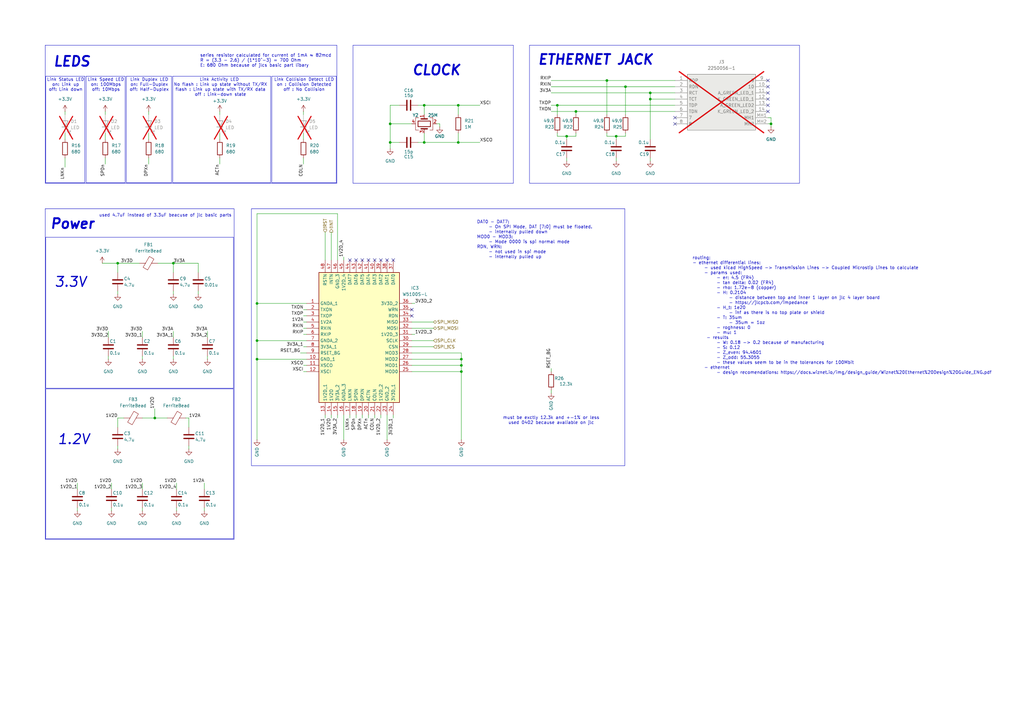
<source format=kicad_sch>
(kicad_sch (version 20250114) (generator "eeschema") (generator_version "9.0")
  (paper "A3")
  (lib_symbols
    (symbol "Device:C" (pin_numbers (hide yes)) (pin_names (offset 0.254))
      (property "Reference" "C" (at 0.635 2.54 0))
      (property "Value" "C" (at 0.635 -2.54 0))
      (symbol "C_0_1"
        (polyline (pts (xy -2.032 0.762) (xy 2.032 0.762)) (stroke (width 0.508)))
        (polyline (pts (xy -2.032 -0.762) (xy 2.032 -0.762)) (stroke (width 0.508)))
      )
      (symbol "C_1_1"
        (pin passive line (at 0 3.81 270) (length 2.794) (name "~") (number "1"))
        (pin passive line (at 0 -3.81 90) (length 2.794) (name "~") (number "2"))
      )
    )
    (symbol "Device:Crystal_GND24" (pin_names (offset 1.016) (hide yes))
      (property "Reference" "Y" (at 3.175 5.08 0))
      (property "Value" "Crystal_GND24" (at 3.175 3.175 0))
      (symbol "Crystal_GND24_0_1"
        (polyline (pts (xy -2.54 2.286) (xy -2.54 3.556) (xy 2.54 3.556) (xy 2.54 2.286)))
        (polyline (pts (xy -2.54 0) (xy -2.032 0)))
        (polyline (pts (xy -2.54 -2.286) (xy -2.54 -3.556) (xy 2.54 -3.556) (xy 2.54 -2.286)))
        (polyline (pts (xy -2.032 -1.27) (xy -2.032 1.27)) (stroke (width 0.508)))
        (rectangle (start -1.143 2.54) (end 1.143 -2.54) (stroke (width 0.3048)))
        (polyline (pts (xy 0 3.556) (xy 0 3.81)))
        (polyline (pts (xy 0 -3.81) (xy 0 -3.556)))
        (polyline (pts (xy 2.032 0) (xy 2.54 0)))
        (polyline (pts (xy 2.032 -1.27) (xy 2.032 1.27)) (stroke (width 0.508)))
      )
      (symbol "Crystal_GND24_1_1"
        (pin passive line (at -3.81 0 0) (length 1.27) (name "1") (number "1"))
        (pin passive line (at 0 5.08 270) (length 1.27) (name "2") (number "2"))
        (pin passive line (at 0 -5.08 90) (length 1.27) (name "4") (number "4"))
        (pin passive line (at 3.81 0 180) (length 1.27) (name "3") (number "3"))
      )
    )
    (symbol "Device:FerriteBead" (pin_numbers (hide yes)) (pin_names (offset 0))
      (property "Reference" "FB" (at -3.81 0.635 90))
      (property "Value" "FerriteBead" (at 3.81 0 90))
      (symbol "FerriteBead_0_1"
        (polyline (pts (xy -2.7686 0.4064) (xy -1.7018 2.2606) (xy 2.7686 -0.3048) (xy 1.6764 -2.159) (xy -2.7686 0.4064)))
        (polyline (pts (xy 0 1.27) (xy 0 1.2954)))
        (polyline (pts (xy 0 -1.27) (xy 0 -1.2192)))
      )
      (symbol "FerriteBead_1_1"
        (pin passive line (at 0 3.81 270) (length 2.54) (name "~") (number "1"))
        (pin passive line (at 0 -3.81 90) (length 2.54) (name "~") (number "2"))
      )
    )
    (symbol "Device:LED" (pin_numbers (hide yes)) (pin_names (offset 1.016) (hide yes))
      (property "Reference" "D" (at 0 2.54 0))
      (property "Value" "LED" (at 0 -2.54 0))
      (symbol "LED_0_1"
        (polyline (pts (xy -3.048 -0.762) (xy -4.572 -2.286) (xy -3.81 -2.286) (xy -4.572 -2.286) (xy -4.572 -1.524)))
        (polyline (pts (xy -1.778 -0.762) (xy -3.302 -2.286) (xy -2.54 -2.286) (xy -3.302 -2.286) (xy -3.302 -1.524)))
        (polyline (pts (xy -1.27 0) (xy 1.27 0)))
        (polyline (pts (xy -1.27 -1.27) (xy -1.27 1.27)) (stroke (width 0.254)))
        (polyline (pts (xy 1.27 -1.27) (xy 1.27 1.27) (xy -1.27 0) (xy 1.27 -1.27)) (stroke (width 0.254)))
      )
      (symbol "LED_1_1"
        (pin passive line (at -3.81 0 0) (length 2.54) (name "K") (number "1"))
        (pin passive line (at 3.81 0 180) (length 2.54) (name "A") (number "2"))
      )
    )
    (symbol "Device:R" (pin_numbers (hide yes)) (pin_names (offset 0))
      (property "Reference" "R" (at 2.032 0 90))
      (property "Value" "R" (at 0 0 90))
      (symbol "R_0_1"
        (rectangle (start -1.016 -2.54) (end 1.016 2.54) (stroke (width 0.254)))
      )
      (symbol "R_1_1"
        (pin passive line (at 0 3.81 270) (length 1.27) (name "~") (number "1"))
        (pin passive line (at 0 -3.81 90) (length 1.27) (name "~") (number "2"))
      )
    )
    (symbol "LED_1" (pin_numbers (hide yes)) (pin_names (offset 1.016) (hide yes))
      (property "Reference" "D" (at 0 2.54 0))
      (property "Value" "LED" (at 0 -2.54 0))
      (symbol "LED_1_0_1"
        (polyline (pts (xy -3.048 -0.762) (xy -4.572 -2.286) (xy -3.81 -2.286) (xy -4.572 -2.286) (xy -4.572 -1.524)))
        (polyline (pts (xy -1.778 -0.762) (xy -3.302 -2.286) (xy -2.54 -2.286) (xy -3.302 -2.286) (xy -3.302 -1.524)))
        (polyline (pts (xy -1.27 0) (xy 1.27 0)))
        (polyline (pts (xy -1.27 -1.27) (xy -1.27 1.27)) (stroke (width 0.254)))
        (polyline (pts (xy 1.27 -1.27) (xy 1.27 1.27) (xy -1.27 0) (xy 1.27 -1.27)) (stroke (width 0.254)))
      )
      (symbol "LED_1_1_1"
        (pin passive line (at -3.81 0 0) (length 2.54) (name "K") (number "1"))
        (pin passive line (at 3.81 0 180) (length 2.54) (name "A") (number "2"))
      )
    )
    (symbol "customLib:2250056-1"
      (property "Reference" "J" (at 34.29 7.62 0))
      (property "Value" "2250056-1" (at 34.29 5.08 0))
      (symbol "2250056-1_1_1"
        (rectangle (start 5.08 2.54) (end 33.02 -20.32) (stroke (width 0.254)) (fill (type background)))
        (pin passive line (at 0 0 0) (length 5.08) (name "RDP") (number "1"))
        (pin passive line (at 0 -2.54 0) (length 5.08) (name "RDN") (number "2"))
        (pin passive line (at 0 -5.08 0) (length 5.08) (name "RCT") (number "3"))
        (pin passive line (at 0 -7.62 0) (length 5.08) (name "TCT") (number "4"))
        (pin passive line (at 0 -10.16 0) (length 5.08) (name "TDP") (number "5"))
        (pin passive line (at 0 -12.7 0) (length 5.08) (name "TDN") (number "6"))
        (pin passive line (at 0 -15.24 0) (length 5.08) (name "7") (number "7"))
        (pin passive line (at 0 -17.78 0) (length 5.08) (name "8") (number "8"))
        (pin passive line (at 38.1 0 180) (length 5.08) (name "9") (number "9"))
        (pin passive line (at 38.1 -2.54 180) (length 5.08) (name "10") (number "10"))
        (pin passive line (at 38.1 -5.08 180) (length 5.08) (name "A_GREEN_LED_1") (number "11"))
        (pin passive line (at 38.1 -7.62 180) (length 5.08) (name "K_GREEN_LED_1") (number "12"))
        (pin passive line (at 38.1 -10.16 180) (length 5.08) (name "A_GREEN_LED2") (number "13"))
        (pin passive line (at 38.1 -12.7 180) (length 5.08) (name "K_GREEN_LED_2") (number "14"))
        (pin passive line (at 38.1 -15.24 180) (length 5.08) (name "MH1") (number "MH1"))
        (pin passive line (at 38.1 -17.78 180) (length 5.08) (name "MH2") (number "MH2"))
      )
    )
    (symbol "customLib:W5100S-L"
      (property "Reference" "IC" (at 39.37 17.78 0))
      (property "Value" "W5100S-L" (at 39.37 15.24 0))
      (symbol "W5100S-L_1_1"
        (rectangle (start 5.08 12.7) (end 38.1 -40.64) (stroke (width 0.254)) (fill (type background)))
        (pin passive line (at 0 0 0) (length 5.08) (name "GNDA_1") (number "1"))
        (pin passive line (at 0 -2.54 0) (length 5.08) (name "TXON") (number "2"))
        (pin passive line (at 0 -5.08 0) (length 5.08) (name "TXOP") (number "3"))
        (pin passive line (at 0 -7.62 0) (length 5.08) (name "1V2A") (number "4"))
        (pin passive line (at 0 -10.16 0) (length 5.08) (name "RXIN") (number "5"))
        (pin passive line (at 0 -12.7 0) (length 5.08) (name "RXIP") (number "6"))
        (pin passive line (at 0 -15.24 0) (length 5.08) (name "GNDA_2") (number "7"))
        (pin passive line (at 0 -17.78 0) (length 5.08) (name "3V3A_1") (number "8"))
        (pin passive line (at 0 -20.32 0) (length 5.08) (name "RSET_BG") (number "9"))
        (pin passive line (at 0 -22.86 0) (length 5.08) (name "GND_1") (number "10"))
        (pin passive line (at 0 -25.4 0) (length 5.08) (name "XSCO") (number "11"))
        (pin passive line (at 0 -27.94 0) (length 5.08) (name "XSCI") (number "12"))
        (pin passive line (at 7.62 17.78 270) (length 5.08) (name "RSTN") (number "48"))
        (pin passive line (at 7.62 -45.72 90) (length 5.08) (name "1V2D_1") (number "13"))
        (pin passive line (at 10.16 17.78 270) (length 5.08) (name "INTN") (number "47"))
        (pin passive line (at 10.16 -45.72 90) (length 5.08) (name "1V2O") (number "14"))
        (pin passive line (at 12.7 17.78 270) (length 5.08) (name "GND_3") (number "46"))
        (pin passive line (at 12.7 -45.72 90) (length 5.08) (name "3V3A_2") (number "15"))
        (pin passive line (at 15.24 17.78 270) (length 5.08) (name "1V2D_4") (number "45"))
        (pin passive line (at 15.24 -45.72 90) (length 5.08) (name "GNDA_3") (number "16"))
        (pin passive line (at 17.78 17.78 270) (length 5.08) (name "DAT7") (number "44"))
        (pin passive line (at 17.78 -45.72 90) (length 5.08) (name "LNKN") (number "17"))
        (pin passive line (at 20.32 17.78 270) (length 5.08) (name "DAT6") (number "43"))
        (pin passive line (at 20.32 -45.72 90) (length 5.08) (name "SPDN") (number "18"))
        (pin passive line (at 22.86 17.78 270) (length 5.08) (name "DAT5") (number "42"))
        (pin passive line (at 22.86 -45.72 90) (length 5.08) (name "DPXN") (number "19"))
        (pin passive line (at 25.4 17.78 270) (length 5.08) (name "DAT4") (number "41"))
        (pin passive line (at 25.4 -45.72 90) (length 5.08) (name "ACTN") (number "20"))
        (pin passive line (at 27.94 17.78 270) (length 5.08) (name "DAT3") (number "40"))
        (pin passive line (at 27.94 -45.72 90) (length 5.08) (name "COLN") (number "21"))
        (pin passive line (at 30.48 17.78 270) (length 5.08) (name "DAT2") (number "39"))
        (pin passive line (at 30.48 -45.72 90) (length 5.08) (name "1V2D_2") (number "22"))
        (pin passive line (at 33.02 17.78 270) (length 5.08) (name "DAT1") (number "38"))
        (pin passive line (at 33.02 -45.72 90) (length 5.08) (name "GND_2") (number "23"))
        (pin passive line (at 35.56 17.78 270) (length 5.08) (name "DAT0") (number "37"))
        (pin passive line (at 35.56 -45.72 90) (length 5.08) (name "3V3D_1") (number "24"))
        (pin passive line (at 43.18 0 180) (length 5.08) (name "3V3D_2") (number "36"))
        (pin passive line (at 43.18 -2.54 180) (length 5.08) (name "WRN") (number "35"))
        (pin passive line (at 43.18 -5.08 180) (length 5.08) (name "RDN") (number "34"))
        (pin passive line (at 43.18 -7.62 180) (length 5.08) (name "MISO") (number "33"))
        (pin passive line (at 43.18 -10.16 180) (length 5.08) (name "MOSI") (number "32"))
        (pin passive line (at 43.18 -12.7 180) (length 5.08) (name "1V2D_3") (number "31"))
        (pin passive line (at 43.18 -15.24 180) (length 5.08) (name "SCLK") (number "30"))
        (pin passive line (at 43.18 -17.78 180) (length 5.08) (name "CSN") (number "29"))
        (pin passive line (at 43.18 -20.32 180) (length 5.08) (name "MOD3") (number "28"))
        (pin passive line (at 43.18 -22.86 180) (length 5.08) (name "MOD2") (number "27"))
        (pin passive line (at 43.18 -25.4 180) (length 5.08) (name "MOD1") (number "26"))
        (pin passive line (at 43.18 -27.94 180) (length 5.08) (name "MOD0") (number "25"))
      )
    )
    (symbol "power:+3.3V" (power) (pin_numbers (hide yes)) (pin_names (offset 0) (hide yes))
      (property "Value" "+3.3V" (at 0 3.556 0))
      (symbol "+3.3V_0_1"
        (polyline (pts (xy -0.762 1.27) (xy 0 2.54)))
        (polyline (pts (xy 0 2.54) (xy 0.762 1.27)))
        (polyline (pts (xy 0 0) (xy 0 2.54)))
      )
      (symbol "+3.3V_1_1"
        (pin power_in line (at 0 0 90) (length 0) (name "~") (number "1"))
      )
    )
    (symbol "power:GND" (power) (pin_numbers (hide yes)) (pin_names (offset 0) (hide yes))
      (property "Value" "GND" (at 0 -3.81 0))
      (symbol "GND_0_1"
        (polyline (pts (xy 0 0) (xy 0 -1.27) (xy 1.27 -1.27) (xy 0 -2.54) (xy -1.27 -1.27) (xy 0 -1.27)))
      )
      (symbol "GND_1_1"
        (pin power_in line (at 0 0 270) (length 0) (name "~") (number "1"))
      )
    )
  )
  (rectangle (start 111.506 31.242) (end 137.922 74.93))
  (rectangle (start 35.306 31.242) (end 51.308 74.93))
  (rectangle (start 217.17 18.542) (end 327.914 75.184))
  (rectangle (start 18.796 159.512) (end 95.758 220.98))
  (rectangle (start 18.796 31.242) (end 34.798 74.93))
  (rectangle (start 103.124 85.598) (end 256.286 191.008))
  (rectangle (start 70.866 31.242) (end 110.998 74.93))
  (rectangle (start 144.78 18.542) (end 210.566 75.184))
  (rectangle (start 18.796 97.282) (end 95.758 159.258))
  (rectangle (start 18.542 85.598) (end 96.012 221.234))
  (rectangle (start 51.816 31.242) (end 70.358 74.93))
  (rectangle (start 18.542 18.542) (end 138.176 75.184))
  (text "LEDS" (at 37.338 25.4 0) (effects (font (size 4 4) (thickness 0.8) (bold yes) (italic yes)) (justify right)))
  (text "1.2V" (at 37.084 180.34 0) (effects (font (size 4 4) (thickness 0.5) (italic yes)) (justify right)))
  (text "Link Speed LED\non: 100Mbps\noff: 10Mbps" (at 43.434 34.798 0) (effects (font (size 1.27 1.27))))
  (text "DAT0 - DAT7:\n	- On SPI Mode, DAT [7:0] must be floated.\n	- internally pulled down\nMOD0 - MOD3:\n	- Mode 0000 is spi normal mode\nRDN, WRN:\n	- not used in spi mode\n	- internally pulled up" (at 195.58 90.424 0) (effects (font (size 1.27 1.27)) (justify left top)))
  (text "ETHERNET JACK" (at 268.224 24.638 0) (effects (font (size 4 4) (thickness 0.8) (bold yes) (italic yes)) (justify right)))
  (text "3.3V" (at 35.814 115.824 0) (effects (font (size 4 4) (thickness 0.5) (italic yes)) (justify right)))
  (text "Link Collision Detect LED\non : Collision Detected\noff : No Collision" (at 124.714 34.798 0) (effects (font (size 1.27 1.27))))
  (text "must be exctly 12.3k and +-1% or less\nused 0402 because avaliable on jlc" (at 226.06 172.466 0) (effects (font (size 1.27 1.27))))
  (text "series resistor calculated for current of 1mA ≈ 82mcd\nR = (3.3 - 2.6) / (1*10^-3) = 700 Ohm\nE: 680 Ohm because of jlcs basic part libary" (at 82.042 24.892 0) (effects (font (size 1.27 1.27)) (justify left)))
  (text "Link Duplex LED\non: Full-Duplex\noff: Half-Duplex" (at 61.214 34.798 0) (effects (font (size 1.27 1.27))))
  (text "Link Status LED\non: Link up\noff: Link down" (at 26.924 34.798 0) (effects (font (size 1.27 1.27))))
  (text "used 4.7uF instead of 3.3uF beacuse of jlc basic parts" (at 67.818 88.392 0) (effects (font (size 1.27 1.27))))
  (text "routing:\n- ethernet differential lines:\n	- used kicad HighSpeed -> Transmission Lines -> Coupled Microstip Lines to calculate\n	- params used:\n		- er: 4.5 (FR4)\n		- tan delta: 0.02 (FR4)\n		- rho: 1.72e-8 (copper)\n		- H: 0.2104\n			- distance between top and inner 1 layer on jlc 4 layer board\n			- https://jlcpcb.com/impedance\n		- H_t: 1e20\n			- inf as there is no top plate or shield\n		- T: 35um\n			- 35um = 1oz\n		- roghness: 0\n		- mu: 1\n	 - results\n		- W: 0.18 -> 0.2 because of manufacturing\n		- S: 0.12\n		- Z_even: 94.4601\n		- Z_odd: 55.3055\n		- these values seem to be in the tolerances for 100Mbit\n	- ethernet\n		- design recomendations: https://docs.wiznet.io/img/design_guide/Wiznet%20Ethernet%20Design%20Guide_ENG.pdf" (at 283.972 105.156 0) (effects (font (size 1.27 1.27)) (justify left top)))
  (text "Link Activity LED \nNo flash : Link up state without TX/RX\nflash : Link up state with TX/RX data\noff : Link-down state" (at 90.424 35.814 0) (effects (font (size 1.27 1.27))))
  (text "Power" (at 29.718 91.948 0) (effects (font (size 4 4) (thickness 0.8) (bold yes) (italic yes))))
  (text "CLOCK" (at 189.23 28.956 0) (effects (font (size 4 4) (thickness 0.8) (bold yes) (italic yes)) (justify right)))
  (junction (at 105.41 124.46))
  (junction (at 105.41 147.32))
  (junction (at 187.96 43.18))
  (junction (at 266.7 38.1))
  (junction (at 63.5 171.45))
  (junction (at 189.23 147.32))
  (junction (at 248.92 33.02))
  (junction (at 187.96 58.42))
  (junction (at 228.6 43.18))
  (junction (at 71.12 107.95))
  (junction (at 105.41 139.7))
  (junction (at 189.23 149.86))
  (junction (at 173.99 58.42))
  (junction (at 160.02 50.8))
  (junction (at 256.54 35.56))
  (junction (at 189.23 152.4))
  (junction (at 236.22 45.72))
  (junction (at 252.73 55.88))
  (junction (at 48.26 107.95))
  (junction (at 173.99 43.18))
  (junction (at 160.02 58.42))
  (junction (at 266.7 40.64))
  (junction (at 316.23 50.8))
  (junction (at 232.41 55.88))
  (no_connect (at 276.86 50.8))
  (no_connect (at 314.96 33.02))
  (no_connect (at 168.91 127))
  (no_connect (at 314.96 45.72))
  (no_connect (at 143.51 106.68))
  (no_connect (at 146.05 106.68))
  (no_connect (at 158.75 106.68))
  (no_connect (at 314.96 40.64))
  (no_connect (at 168.91 129.54))
  (no_connect (at 161.29 106.68))
  (no_connect (at 151.13 106.68))
  (no_connect (at 314.96 35.56))
  (no_connect (at 276.86 48.26))
  (no_connect (at 153.67 106.68))
  (no_connect (at 314.96 43.18))
  (no_connect (at 148.59 106.68))
  (no_connect (at 314.96 38.1))
  (no_connect (at 156.21 106.68))
  (wire (pts (xy 168.91 142.24) (xy 177.8 142.24)))
  (wire (pts (xy 85.09 135.89) (xy 85.09 138.43)))
  (wire (pts (xy 138.43 87.63) (xy 105.41 87.63)))
  (wire (pts (xy 26.67 68.58) (xy 26.67 64.77)))
  (wire (pts (xy 177.8 134.62) (xy 168.91 134.62)))
  (wire (pts (xy 72.39 208.28) (xy 72.39 209.55)))
  (wire (pts (xy 226.06 38.1) (xy 266.7 38.1)))
  (wire (pts (xy 226.06 160.02) (xy 226.06 161.29)))
  (wire (pts (xy 83.82 198.12) (xy 83.82 200.66)))
  (wire (pts (xy 228.6 46.99) (xy 228.6 43.18)))
  (wire (pts (xy 48.26 119.38) (xy 48.26 120.65)))
  (wire (pts (xy 43.18 45.72) (xy 43.18 46.99)))
  (wire (pts (xy 316.23 50.8) (xy 316.23 52.07)))
  (wire (pts (xy 124.46 142.24) (xy 125.73 142.24)))
  (wire (pts (xy 77.47 182.88) (xy 77.47 184.15)))
  (wire (pts (xy 31.75 208.28) (xy 31.75 209.55)))
  (wire (pts (xy 180.34 50.8) (xy 180.34 52.07)))
  (wire (pts (xy 71.12 146.05) (xy 71.12 147.32)))
  (wire (pts (xy 105.41 139.7) (xy 105.41 147.32)))
  (wire (pts (xy 226.06 151.13) (xy 226.06 152.4)))
  (wire (pts (xy 187.96 54.61) (xy 187.96 58.42)))
  (wire (pts (xy 138.43 87.63) (xy 138.43 106.68)))
  (wire (pts (xy 187.96 58.42) (xy 196.85 58.42)))
  (wire (pts (xy 173.99 54.61) (xy 173.99 58.42)))
  (wire (pts (xy 168.91 149.86) (xy 189.23 149.86)))
  (wire (pts (xy 252.73 64.77) (xy 252.73 66.04)))
  (wire (pts (xy 236.22 45.72) (xy 276.86 45.72)))
  (wire (pts (xy 168.91 144.78) (xy 189.23 144.78)))
  (wire (pts (xy 143.51 171.45) (xy 143.51 170.18)))
  (wire (pts (xy 236.22 46.99) (xy 236.22 45.72)))
  (wire (pts (xy 248.92 33.02) (xy 248.92 46.99)))
  (wire (pts (xy 151.13 170.18) (xy 151.13 171.45)))
  (wire (pts (xy 124.46 57.15) (xy 124.46 54.61)))
  (wire (pts (xy 316.23 48.26) (xy 316.23 50.8)))
  (wire (pts (xy 124.46 137.16) (xy 125.73 137.16)))
  (wire (pts (xy 160.02 50.8) (xy 160.02 43.18)))
  (wire (pts (xy 76.2 171.45) (xy 77.47 171.45)))
  (wire (pts (xy 189.23 149.86) (xy 189.23 152.4)))
  (wire (pts (xy 189.23 147.32) (xy 189.23 149.86)))
  (wire (pts (xy 60.96 45.72) (xy 60.96 46.99)))
  (wire (pts (xy 45.72 208.28) (xy 45.72 209.55)))
  (wire (pts (xy 266.7 64.77) (xy 266.7 66.04)))
  (wire (pts (xy 63.5 167.64) (xy 63.5 171.45)))
  (wire (pts (xy 44.45 138.43) (xy 44.45 135.89)))
  (wire (pts (xy 124.46 149.86) (xy 125.73 149.86)))
  (wire (pts (xy 256.54 54.61) (xy 256.54 55.88)))
  (wire (pts (xy 226.06 33.02) (xy 248.92 33.02)))
  (wire (pts (xy 48.26 171.45) (xy 48.26 175.26)))
  (wire (pts (xy 81.28 119.38) (xy 81.28 120.65)))
  (wire (pts (xy 158.75 170.18) (xy 158.75 180.34)))
  (wire (pts (xy 168.91 152.4) (xy 189.23 152.4)))
  (wire (pts (xy 64.77 107.95) (xy 71.12 107.95)))
  (wire (pts (xy 133.35 95.25) (xy 133.35 106.68)))
  (wire (pts (xy 187.96 43.18) (xy 196.85 43.18)))
  (wire (pts (xy 252.73 55.88) (xy 248.92 55.88)))
  (wire (pts (xy 170.18 137.16) (xy 168.91 137.16)))
  (wire (pts (xy 81.28 107.95) (xy 81.28 111.76)))
  (wire (pts (xy 105.41 147.32) (xy 105.41 180.34)))
  (wire (pts (xy 83.82 208.28) (xy 83.82 209.55)))
  (wire (pts (xy 173.99 43.18) (xy 187.96 43.18)))
  (wire (pts (xy 153.67 170.18) (xy 153.67 171.45)))
  (wire (pts (xy 173.99 46.99) (xy 173.99 43.18)))
  (wire (pts (xy 140.97 105.41) (xy 140.97 106.68)))
  (wire (pts (xy 314.96 50.8) (xy 316.23 50.8)))
  (wire (pts (xy 124.46 152.4) (xy 125.73 152.4)))
  (wire (pts (xy 26.67 57.15) (xy 26.67 54.61)))
  (wire (pts (xy 248.92 33.02) (xy 276.86 33.02)))
  (wire (pts (xy 58.42 200.66) (xy 58.42 198.12)))
  (wire (pts (xy 58.42 208.28) (xy 58.42 209.55)))
  (wire (pts (xy 189.23 152.4) (xy 189.23 180.34)))
  (wire (pts (xy 133.35 170.18) (xy 133.35 171.45)))
  (wire (pts (xy 161.29 170.18) (xy 161.29 171.45)))
  (wire (pts (xy 232.41 57.15) (xy 232.41 55.88)))
  (wire (pts (xy 156.21 170.18) (xy 156.21 171.45)))
  (wire (pts (xy 187.96 43.18) (xy 187.96 46.99)))
  (wire (pts (xy 48.26 171.45) (xy 50.8 171.45)))
  (wire (pts (xy 160.02 50.8) (xy 168.91 50.8)))
  (wire (pts (xy 63.5 171.45) (xy 68.58 171.45)))
  (wire (pts (xy 124.46 45.72) (xy 124.46 46.99)))
  (wire (pts (xy 90.17 67.31) (xy 90.17 64.77)))
  (wire (pts (xy 44.45 146.05) (xy 44.45 147.32)))
  (wire (pts (xy 160.02 43.18) (xy 163.83 43.18)))
  (wire (pts (xy 236.22 55.88) (xy 232.41 55.88)))
  (wire (pts (xy 163.83 58.42) (xy 160.02 58.42)))
  (wire (pts (xy 146.05 171.45) (xy 146.05 170.18)))
  (wire (pts (xy 71.12 138.43) (xy 71.12 135.89)))
  (wire (pts (xy 168.91 124.46) (xy 170.18 124.46)))
  (wire (pts (xy 266.7 38.1) (xy 276.86 38.1)))
  (wire (pts (xy 160.02 58.42) (xy 160.02 60.96)))
  (wire (pts (xy 228.6 43.18) (xy 276.86 43.18)))
  (wire (pts (xy 140.97 170.18) (xy 140.97 180.34)))
  (wire (pts (xy 256.54 55.88) (xy 252.73 55.88)))
  (wire (pts (xy 71.12 107.95) (xy 81.28 107.95)))
  (wire (pts (xy 124.46 129.54) (xy 125.73 129.54)))
  (wire (pts (xy 124.46 67.31) (xy 124.46 64.77)))
  (wire (pts (xy 41.91 107.95) (xy 48.26 107.95)))
  (wire (pts (xy 256.54 35.56) (xy 256.54 46.99)))
  (wire (pts (xy 48.26 107.95) (xy 57.15 107.95)))
  (wire (pts (xy 135.89 95.25) (xy 135.89 106.68)))
  (wire (pts (xy 48.26 107.95) (xy 48.26 111.76)))
  (wire (pts (xy 105.41 147.32) (xy 125.73 147.32)))
  (wire (pts (xy 26.67 45.72) (xy 26.67 46.99)))
  (wire (pts (xy 90.17 57.15) (xy 90.17 54.61)))
  (wire (pts (xy 173.99 43.18) (xy 171.45 43.18)))
  (wire (pts (xy 90.17 45.72) (xy 90.17 46.99)))
  (wire (pts (xy 232.41 55.88) (xy 228.6 55.88)))
  (wire (pts (xy 228.6 55.88) (xy 228.6 54.61)))
  (wire (pts (xy 60.96 57.15) (xy 60.96 54.61)))
  (wire (pts (xy 58.42 146.05) (xy 58.42 147.32)))
  (wire (pts (xy 226.06 35.56) (xy 256.54 35.56)))
  (wire (pts (xy 72.39 198.12) (xy 72.39 200.66)))
  (wire (pts (xy 105.41 124.46) (xy 105.41 139.7)))
  (wire (pts (xy 266.7 40.64) (xy 266.7 57.15)))
  (wire (pts (xy 256.54 35.56) (xy 276.86 35.56)))
  (wire (pts (xy 48.26 182.88) (xy 48.26 184.15)))
  (wire (pts (xy 226.06 45.72) (xy 236.22 45.72)))
  (wire (pts (xy 266.7 40.64) (xy 276.86 40.64)))
  (wire (pts (xy 138.43 170.18) (xy 138.43 171.45)))
  (wire (pts (xy 314.96 48.26) (xy 316.23 48.26)))
  (wire (pts (xy 173.99 58.42) (xy 187.96 58.42)))
  (wire (pts (xy 179.07 50.8) (xy 180.34 50.8)))
  (wire (pts (xy 58.42 135.89) (xy 58.42 138.43)))
  (wire (pts (xy 236.22 54.61) (xy 236.22 55.88)))
  (wire (pts (xy 43.18 67.31) (xy 43.18 64.77)))
  (wire (pts (xy 124.46 134.62) (xy 125.73 134.62)))
  (wire (pts (xy 226.06 43.18) (xy 228.6 43.18)))
  (wire (pts (xy 124.46 127) (xy 125.73 127)))
  (wire (pts (xy 252.73 57.15) (xy 252.73 55.88)))
  (wire (pts (xy 124.46 132.08) (xy 125.73 132.08)))
  (wire (pts (xy 123.19 144.78) (xy 125.73 144.78)))
  (wire (pts (xy 248.92 55.88) (xy 248.92 54.61)))
  (wire (pts (xy 105.41 139.7) (xy 125.73 139.7)))
  (wire (pts (xy 135.89 170.18) (xy 135.89 171.45)))
  (wire (pts (xy 85.09 146.05) (xy 85.09 147.32)))
  (wire (pts (xy 105.41 87.63) (xy 105.41 124.46)))
  (wire (pts (xy 232.41 64.77) (xy 232.41 66.04)))
  (wire (pts (xy 60.96 67.31) (xy 60.96 64.77)))
  (wire (pts (xy 105.41 124.46) (xy 125.73 124.46)))
  (wire (pts (xy 173.99 58.42) (xy 171.45 58.42)))
  (wire (pts (xy 71.12 107.95) (xy 71.12 111.76)))
  (wire (pts (xy 58.42 171.45) (xy 63.5 171.45)))
  (wire (pts (xy 266.7 38.1) (xy 266.7 40.64)))
  (wire (pts (xy 43.18 57.15) (xy 43.18 54.61)))
  (wire (pts (xy 160.02 58.42) (xy 160.02 50.8)))
  (wire (pts (xy 168.91 147.32) (xy 189.23 147.32)))
  (wire (pts (xy 148.59 170.18) (xy 148.59 171.45)))
  (wire (pts (xy 71.12 119.38) (xy 71.12 120.65)))
  (wire (pts (xy 189.23 144.78) (xy 189.23 147.32)))
  (wire (pts (xy 31.75 200.66) (xy 31.75 198.12)))
  (wire (pts (xy 177.8 139.7) (xy 168.91 139.7)))
  (wire (pts (xy 77.47 171.45) (xy 77.47 175.26)))
  (wire (pts (xy 45.72 198.12) (xy 45.72 200.66)))
  (wire (pts (xy 177.8 132.08) (xy 168.91 132.08)))
  (label "1V2D_2" (at 156.21 171.45 270))
  (label "LNKn" (at 26.67 68.58 270))
  (label "RXIP" (at 124.46 137.16 180))
  (label "1V2O" (at 135.89 171.45 270))
  (label "3V3D" (at 58.42 135.89 180))
  (label "1V2D_3" (at 170.18 137.16 0))
  (label "3V3D" (at 44.45 135.89 180))
  (label "TXON" (at 124.46 127 180))
  (label "1V2D" (at 31.75 198.12 180))
  (label "1V2D_2" (at 45.72 200.66 180))
  (label "1V2D_4" (at 72.39 200.66 180))
  (label "XSCI" (at 196.85 43.18 0))
  (label "1V2O" (at 63.5 167.64 90))
  (label "SPDn" (at 43.18 67.31 270))
  (label "RXIN" (at 124.46 134.62 180))
  (label "TXON" (at 226.06 45.72 180))
  (label "3V3A_2" (at 138.43 171.45 270))
  (label "COLN" (at 153.67 171.45 270))
  (label "DPXn" (at 148.59 171.45 270))
  (label "3V3A" (at 85.09 135.89 180))
  (label "RSET_BG" (at 226.06 151.13 90))
  (label "RXIP" (at 226.06 33.02 180))
  (label "XSCO" (at 124.46 149.86 180))
  (label "RXIN" (at 226.06 35.56 180))
  (label "COLN" (at 124.46 67.31 270))
  (label "1V2D" (at 45.72 198.12 180))
  (label "TXOP" (at 226.06 43.18 180))
  (label "XSCI" (at 124.46 152.4 180))
  (label "1V2D" (at 48.26 171.45 180))
  (label "LNKn" (at 143.51 171.45 270))
  (label "3V3A_1" (at 124.46 142.24 180))
  (label "3V3D_2" (at 44.45 138.43 180))
  (label "3V3A" (at 71.12 135.89 180))
  (label "1V2D_1" (at 133.35 171.45 270))
  (label "3V3D_2" (at 170.18 124.46 0))
  (label "3V3D_1" (at 161.29 171.45 270))
  (label "3V3D" (at 49.53 107.95 0))
  (label "1V2D" (at 72.39 198.12 180))
  (label "3V3A_1" (at 71.12 138.43 180))
  (label "ACTn" (at 151.13 171.45 270))
  (label "ACTn" (at 90.17 67.31 270))
  (label "3V3A" (at 226.06 38.1 180))
  (label "1V2A" (at 124.46 132.08 180))
  (label "1V2A" (at 77.47 171.45 0))
  (label "1V2D_4" (at 140.97 105.41 90))
  (label "3V3D_1" (at 58.42 138.43 180))
  (label "1V2A" (at 83.82 198.12 180))
  (label "XSCO" (at 196.85 58.42 0))
  (label "1V2D" (at 58.42 198.12 180))
  (label "SPDn" (at 146.05 171.45 270))
  (label "1V2D_1" (at 31.75 200.66 180))
  (label "TXOP" (at 124.46 129.54 180))
  (label "3V3A_2" (at 85.09 138.43 180))
  (label "DPXn" (at 60.96 67.31 270))
  (label "1V2D_3" (at 58.42 200.66 180))
  (label "3V3A" (at 71.12 107.95 0))
  (label "RSET_BG" (at 123.19 144.78 180))
  (hierarchical_label "!INT" (shape output) (at 135.89 95.25 90))
  (hierarchical_label "!RST" (shape input) (at 133.35 95.25 90))
  (hierarchical_label "SPI_MISO" (shape bidirectional) (at 177.8 132.08 0))
  (hierarchical_label "SPI_CLK" (shape input) (at 177.8 139.7 0))
  (hierarchical_label "SPI_!CS" (shape input) (at 177.8 142.24 0))
  (hierarchical_label "SPI_MOSI" (shape bidirectional) (at 177.8 134.62 0))
  (symbol (lib_id "power:+3.3V") (at 41.91 107.95 0) (unit 1)
    (property "Reference" "#PWR027" (effects (hide yes)))
    (property "Value" "+3.3V" (at 41.91 102.87 0))
    (property "Description" "Power symbol creates a global label with name \"+3.3V\"" (effects (hide yes)))
  )
  (symbol (lib_id "customLib:2250056-1") (at 276.86 33.02 0) (unit 1) (dnp yes)
    (property "Reference" "J3" (at 295.91 25.4 0))
    (property "Value" "2250056-1" (at 295.91 27.94 0))
    (property "Footprint" "customLib:22500561" (effects (hide yes)))
    (property "Datasheet" "https://eu.mouser.com/datasheet/3/191/1/ds_mag_industrial_ethernet_magjack_icms.pdf" (effects (hide yes)))
    (property "Description" "- Bulk" (effects (hide yes)))
    (property "Height" "15.22" (effects (hide yes)))
    (property "Mouser Part Number" "530-2250056-1" (effects (hide yes)))
    (property "Mouser Price/Stock" "https://www.mouser.com/Search/Refine.aspx?Keyword=530-2250056-1" (effects (hide yes)))
    (property "Manufacturer_Name" "Bel Magnetic Solutions" (effects (hide yes)))
    (property "Manufacturer_Part_Number" "2250056-1" (effects (hide yes)))
    (property "mouser" "https://eu.mouser.com/ProductDetail/TRP-Connector-Bel/2250056-1?qs=MLItCLRbWsyD7f609W3qzw%3D%3D" (effects (hide yes)))
  )
  (symbol (lib_id "Device:C") (at 48.26 179.07 0) (unit 1)
    (property "Reference" "C3" (at 50.8 177.8 0) (effects (justify left)))
    (property "Value" "4.7u" (at 50.8 180.34 0) (effects (justify left)))
    (property "Footprint" "Capacitor_SMD:C_0603_1608Metric" (effects (hide yes)))
    (property "Datasheet" "https://jlcpcb.com/api/file/downloadByFileSystemAccessId/8579707103462166528" (effects (hide yes)))
    (property "Description" "Unpolarized capacitor" (effects (hide yes)))
    (property "LCSC" "C19666" (effects (hide yes)))
  )
  (symbol (lib_id "Device:C") (at 252.73 60.96 180) (unit 1)
    (property "Reference" "C18" (at 252.222 63.246 0) (effects (justify left)))
    (property "Value" "0.1u" (at 252.222 58.42 0) (effects (justify left)))
    (property "Footprint" "Capacitor_SMD:C_0603_1608Metric" (effects (hide yes)))
    (property "Datasheet" "https://jlcpcb.com/api/file/downloadByFileSystemAccessId/8667086713681608704" (effects (hide yes)))
    (property "Description" "Unpolarized capacitor" (effects (hide yes)))
    (property "LCSC" "C14663" (effects (hide yes)))
  )
  (symbol (lib_id "power:+3.3V") (at 43.18 45.72 0) (unit 1)
    (property "Reference" "#PWR013" (effects (hide yes)))
    (property "Value" "+3.3V" (at 43.18 40.64 0))
    (property "Description" "Power symbol creates a global label with name \"+3.3V\"" (effects (hide yes)))
  )
  (symbol (lib_id "power:+3.3V") (at 60.96 45.72 0) (unit 1)
    (property "Reference" "#PWR014" (effects (hide yes)))
    (property "Value" "+3.3V" (at 60.96 40.64 0))
    (property "Description" "Power symbol creates a global label with name \"+3.3V\"" (effects (hide yes)))
  )
  (symbol (lib_id "Device:R") (at 256.54 50.8 180) (unit 1)
    (property "Reference" "R25" (at 255.27 52.07 0) (effects (justify left)))
    (property "Value" "49.9" (at 255.27 49.53 0) (effects (justify left)))
    (property "Footprint" "Resistor_SMD:R_0603_1608Metric" (effects (hide yes)))
    (property "Datasheet" "https://jlcpcb.com/api/file/downloadByFileSystemAccessId/8579706271309545472" (effects (hide yes)))
    (property "Description" "Resistor" (effects (hide yes)))
    (property "LCSC" "C23184" (effects (hide yes)))
  )
  (symbol (lib_id "Device:FerriteBead") (at 60.96 107.95 90) (unit 1)
    (property "Reference" "FB1" (at 60.9092 100.33 90))
    (property "Value" "FerriteBead" (at 60.9092 102.87 90))
    (property "Footprint" "Inductor_SMD:L_0603_1608Metric" (effects (hide yes)))
    (property "Datasheet" "https://jlcpcb.com/api/file/downloadByFileSystemAccessId/8588900420287021056" (effects (hide yes)))
    (property "Description" "Ferrite bead" (effects (hide yes)))
    (property "LCSC" "C154133" (effects (hide yes)))
  )
  (symbol (lib_id "Device:C") (at 31.75 204.47 0) (unit 1)
    (property "Reference" "C8" (at 32.258 202.184 0) (effects (justify left)))
    (property "Value" "0.1u" (at 32.258 207.01 0) (effects (justify left)))
    (property "Footprint" "Capacitor_SMD:C_0603_1608Metric" (effects (hide yes)))
    (property "Datasheet" "https://jlcpcb.com/api/file/downloadByFileSystemAccessId/8667086713681608704" (effects (hide yes)))
    (property "Description" "Unpolarized capacitor" (effects (hide yes)))
    (property "LCSC" "C14663" (effects (hide yes)))
  )
  (symbol (lib_id "Device:C") (at 83.82 204.47 0) (unit 1)
    (property "Reference" "C13" (at 84.328 202.184 0) (effects (justify left)))
    (property "Value" "0.1u" (at 84.328 207.01 0) (effects (justify left)))
    (property "Footprint" "Capacitor_SMD:C_0603_1608Metric" (effects (hide yes)))
    (property "Datasheet" "https://jlcpcb.com/api/file/downloadByFileSystemAccessId/8667086713681608704" (effects (hide yes)))
    (property "Description" "Unpolarized capacitor" (effects (hide yes)))
    (property "LCSC" "C14663" (effects (hide yes)))
  )
  (symbol (lib_id "Device:R") (at 187.96 50.8 0) (unit 1)
    (property "Reference" "R21" (at 190.5 49.5299 0) (effects (justify left)))
    (property "Value" "1M" (at 190.5 52.0699 0) (effects (justify left)))
    (property "Footprint" "Resistor_SMD:R_0603_1608Metric" (effects (hide yes)))
    (property "Datasheet" "https://jlcpcb.com/api/file/downloadByFileSystemAccessId/8579706152755920896" (effects (hide yes)))
    (property "Description" "Resistor" (effects (hide yes)))
    (property "LCSC" "C22935" (effects (hide yes)))
  )
  (symbol (lib_id "Device:Crystal_GND24") (at 173.99 50.8 270) (unit 1)
    (property "Reference" "Y2" (at 170.434 47.244 90))
    (property "Value" "25M" (at 177.546 47.244 90))
    (property "Footprint" "Crystal:Crystal_SMD_3225-4Pin_3.2x2.5mm" (effects (hide yes)))
    (property "Datasheet" "https://jlcpcb.com/api/file/downloadByFileSystemAccessId/8588879072122851328" (effects (hide yes)))
    (property "Description" "Four pin crystal, GND on pins 2 and 4" (effects (hide yes)))
    (property "LCSC" "C9006" (effects (hide yes)))
  )
  (symbol (lib_id "power:GND") (at 58.42 209.55 0) (unit 1)
    (property "Reference" "#PWR038" (effects (hide yes)))
    (property "Value" "GND" (at 58.42 214.63 0))
    (property "Description" "Power symbol creates a global label with name \"GND\" , ground" (effects (hide yes)))
  )
  (symbol (lib_id "power:GND") (at 44.45 147.32 0) (unit 1)
    (property "Reference" "#PWR025" (effects (hide yes)))
    (property "Value" "GND" (at 44.45 152.4 0))
    (property "Description" "Power symbol creates a global label with name \"GND\" , ground" (effects (hide yes)))
  )
  (symbol (lib_id "Device:FerriteBead") (at 72.39 171.45 90) (unit 1)
    (property "Reference" "FB2" (at 72.3392 163.83 90))
    (property "Value" "FerriteBead" (at 72.3392 166.37 90))
    (property "Footprint" "Inductor_SMD:L_0603_1608Metric" (effects (hide yes)))
    (property "Datasheet" "https://jlcpcb.com/api/file/downloadByFileSystemAccessId/8588900420287021056" (effects (hide yes)))
    (property "Description" "Ferrite bead" (effects (hide yes)))
    (property "LCSC" "C154133" (effects (hide yes)))
  )
  (symbol (lib_id "power:GND") (at 58.42 147.32 0) (unit 1)
    (property "Reference" "#PWR026" (effects (hide yes)))
    (property "Value" "GND" (at 58.42 152.4 0))
    (property "Description" "Power symbol creates a global label with name \"GND\" , ground" (effects (hide yes)))
  )
  (symbol (lib_id "Device:LED") (at 43.18 50.8 90) (unit 1) (dnp yes)
    (property "Reference" "D2" (at 45.466 49.784 90) (effects (justify right)))
    (property "Value" "LED" (at 45.466 52.324 90) (effects (justify right)))
    (property "Footprint" "LED_SMD:LED_0603_1608Metric" (effects (hide yes)))
    (property "Datasheet" "https://eu.mouser.com/datasheet/3/281/1/LTST_C194KGKT.PDF" (effects (hide yes)))
    (property "Description" "Light emitting diode" (effects (hide yes)))
    (property "Sim.Pins" "1=K 2=A" (effects (hide yes)))
    (property "mouser" "https://eu.mouser.com/ProductDetail/LITEON/LTST-C194KGKT?qs=xIkB7y1OToqWwFdcevEBdQ%3D%3D" (effects (hide yes)))
  )
  (symbol (lib_id "Device:C") (at 167.64 43.18 270) (unit 1)
    (property "Reference" "C16" (at 167.64 37.084 90))
    (property "Value" "15p" (at 167.64 39.116 90))
    (property "Footprint" "Capacitor_SMD:C_0603_1608Metric" (effects (hide yes)))
    (property "Datasheet" "https://jlcpcb.com/api/file/downloadByFileSystemAccessId/8579707088035516416" (effects (hide yes)))
    (property "Description" "Unpolarized capacitor" (effects (hide yes)))
    (property "LCSC" "C1644" (effects (hide yes)))
  )
  (symbol (lib_id "power:+3.3V") (at 90.17 45.72 0) (unit 1)
    (property "Reference" "#PWR015" (effects (hide yes)))
    (property "Value" "+3.3V" (at 90.17 41.402 0))
    (property "Description" "Power symbol creates a global label with name \"+3.3V\"" (effects (hide yes)))
  )
  (symbol (lib_id "Device:C") (at 85.09 142.24 0) (unit 1)
    (property "Reference" "C7" (at 85.598 139.954 0) (effects (justify left)))
    (property "Value" "0.1u" (at 85.598 144.78 0) (effects (justify left)))
    (property "Footprint" "Capacitor_SMD:C_0603_1608Metric" (effects (hide yes)))
    (property "Datasheet" "https://jlcpcb.com/api/file/downloadByFileSystemAccessId/8667086713681608704" (effects (hide yes)))
    (property "Description" "Unpolarized capacitor" (effects (hide yes)))
    (property "LCSC" "C14663" (effects (hide yes)))
  )
  (symbol (lib_id "power:GND") (at 72.39 209.55 0) (unit 1)
    (property "Reference" "#PWR040" (effects (hide yes)))
    (property "Value" "GND" (at 72.39 214.63 0))
    (property "Description" "Power symbol creates a global label with name \"GND\" , ground" (effects (hide yes)))
  )
  (symbol (lib_id "power:GND") (at 81.28 120.65 0) (unit 1)
    (property "Reference" "#PWR030" (effects (hide yes)))
    (property "Value" "GND" (at 81.28 125.73 0))
    (property "Description" "Power symbol creates a global label with name \"GND\" , ground" (effects (hide yes)))
  )
  (symbol (lib_id "power:GND") (at 252.73 66.04 0) (unit 1)
    (property "Reference" "#PWR043" (effects (hide yes)))
    (property "Value" "GND" (at 252.73 71.12 0))
    (property "Description" "Power symbol creates a global label with name \"GND\" , ground" (effects (hide yes)))
  )
  (symbol (lib_id "Device:R") (at 248.92 50.8 180) (unit 1)
    (property "Reference" "R24" (at 247.65 52.07 0) (effects (justify left)))
    (property "Value" "49.9" (at 247.65 49.53 0) (effects (justify left)))
    (property "Footprint" "Resistor_SMD:R_0603_1608Metric" (effects (hide yes)))
    (property "Datasheet" "https://jlcpcb.com/api/file/downloadByFileSystemAccessId/8579706271309545472" (effects (hide yes)))
    (property "Description" "Resistor" (effects (hide yes)))
    (property "LCSC" "C23184" (effects (hide yes)))
  )
  (symbol (lib_id "power:GND") (at 71.12 147.32 0) (unit 1)
    (property "Reference" "#PWR031" (effects (hide yes)))
    (property "Value" "GND" (at 71.12 152.4 0))
    (property "Description" "Power symbol creates a global label with name \"GND\" , ground" (effects (hide yes)))
  )
  (symbol (lib_id "power:+3.3V") (at 26.67 45.72 0) (unit 1)
    (property "Reference" "#PWR012" (effects (hide yes)))
    (property "Value" "+3.3V" (at 26.67 40.64 0))
    (property "Description" "Power symbol creates a global label with name \"+3.3V\"" (effects (hide yes)))
  )
  (symbol (lib_id "Device:R") (at 124.46 60.96 0) (unit 1)
    (property "Reference" "R20" (at 127 59.6899 0) (effects (justify left)))
    (property "Value" "680" (at 127 62.2299 0) (effects (justify left)))
    (property "Footprint" "Resistor_SMD:R_0603_1608Metric" (effects (hide yes)))
    (property "Datasheet" "https://jlcpcb.com/api/file/downloadByFileSystemAccessId/8579706305709604864" (effects (hide yes)))
    (property "Description" "Resistor" (effects (hide yes)))
    (property "LCSC" "C23228" (effects (hide yes)))
  )
  (symbol (lib_id "Device:LED") (at 90.17 50.8 90) (unit 1) (dnp yes)
    (property "Reference" "D4" (at 92.456 49.784 90) (effects (justify right)))
    (property "Value" "LED" (at 92.456 52.324 90) (effects (justify right)))
    (property "Footprint" "LED_SMD:LED_0603_1608Metric" (effects (hide yes)))
    (property "Datasheet" "https://eu.mouser.com/datasheet/3/281/1/LTST_C194KGKT.PDF" (effects (hide yes)))
    (property "Description" "Light emitting diode" (effects (hide yes)))
    (property "Sim.Pins" "1=K 2=A" (effects (hide yes)))
    (property "mouser" "https://eu.mouser.com/ProductDetail/LITEON/LTST-C194KGKT?qs=xIkB7y1OToqWwFdcevEBdQ%3D%3D" (effects (hide yes)))
  )
  (symbol (lib_id "power:GND") (at 105.41 180.34 0) (unit 1)
    (property "Reference" "#PWR019" (effects (hide yes)))
    (property "Value" "GND" (at 105.41 185.42 90))
    (property "Description" "Power symbol creates a global label with name \"GND\" , ground" (effects (hide yes)))
  )
  (symbol (lib_id "Device:R") (at 60.96 60.96 0) (unit 1)
    (property "Reference" "R18" (at 63.5 59.6899 0) (effects (justify left)))
    (property "Value" "680" (at 63.5 62.2299 0) (effects (justify left)))
    (property "Footprint" "Resistor_SMD:R_0603_1608Metric" (effects (hide yes)))
    (property "Datasheet" "https://jlcpcb.com/api/file/downloadByFileSystemAccessId/8579706305709604864" (effects (hide yes)))
    (property "Description" "Resistor" (effects (hide yes)))
    (property "LCSC" "C23228" (effects (hide yes)))
  )
  (symbol (lib_id "Device:R") (at 228.6 50.8 180) (unit 1)
    (property "Reference" "R23" (at 227.33 52.07 0) (effects (justify left)))
    (property "Value" "49.9" (at 227.33 49.53 0) (effects (justify left)))
    (property "Footprint" "Resistor_SMD:R_0603_1608Metric" (effects (hide yes)))
    (property "Datasheet" "https://jlcpcb.com/api/file/downloadByFileSystemAccessId/8579706271309545472" (effects (hide yes)))
    (property "Description" "Resistor" (effects (hide yes)))
    (property "LCSC" "C23184" (effects (hide yes)))
  )
  (symbol (lib_id "power:GND") (at 189.23 180.34 0) (mirror y) (unit 1)
    (property "Reference" "#PWR020" (effects (hide yes)))
    (property "Value" "GND" (at 189.23 185.42 90))
    (property "Description" "Power symbol creates a global label with name \"GND\" , ground" (effects (hide yes)))
  )
  (symbol (lib_id "power:GND") (at 160.02 60.96 0) (unit 1)
    (property "Reference" "#PWR018" (effects (hide yes)))
    (property "Value" "GND" (at 160.02 66.04 0))
    (property "Description" "Power symbol creates a global label with name \"GND\" , ground" (effects (hide yes)))
  )
  (symbol (lib_id "Device:R") (at 236.22 50.8 180) (unit 1)
    (property "Reference" "R22" (at 234.95 52.07 0) (effects (justify left)))
    (property "Value" "49.9" (at 234.95 49.53 0) (effects (justify left)))
    (property "Footprint" "Resistor_SMD:R_0603_1608Metric" (effects (hide yes)))
    (property "Datasheet" "https://jlcpcb.com/api/file/downloadByFileSystemAccessId/8579706271309545472" (effects (hide yes)))
    (property "Description" "Resistor" (effects (hide yes)))
    (property "LCSC" "C23184" (effects (hide yes)))
  )
  (symbol (lib_id "Device:R") (at 90.17 60.96 0) (unit 1)
    (property "Reference" "R19" (at 92.71 59.6899 0) (effects (justify left)))
    (property "Value" "680" (at 92.71 62.2299 0) (effects (justify left)))
    (property "Footprint" "Resistor_SMD:R_0603_1608Metric" (effects (hide yes)))
    (property "Datasheet" "https://jlcpcb.com/api/file/downloadByFileSystemAccessId/8579706305709604864" (effects (hide yes)))
    (property "Description" "Resistor" (effects (hide yes)))
    (property "LCSC" "C23228" (effects (hide yes)))
  )
  (symbol (lib_id "Device:LED") (at 124.46 50.8 90) (unit 1) (dnp yes)
    (property "Reference" "D5" (at 126.746 49.784 90) (effects (justify right)))
    (property "Value" "LED" (at 126.746 52.324 90) (effects (justify right)))
    (property "Footprint" "LED_SMD:LED_0603_1608Metric" (effects (hide yes)))
    (property "Datasheet" "https://eu.mouser.com/datasheet/3/281/1/LTST_C194KGKT.PDF" (effects (hide yes)))
    (property "Description" "Light emitting diode" (effects (hide yes)))
    (property "Sim.Pins" "1=K 2=A" (effects (hide yes)))
    (property "mouser" "https://eu.mouser.com/ProductDetail/LITEON/LTST-C194KGKT?qs=xIkB7y1OToqWwFdcevEBdQ%3D%3D" (effects (hide yes)))
  )
  (symbol (lib_id "Device:C") (at 71.12 142.24 0) (unit 1)
    (property "Reference" "C6" (at 71.628 139.954 0) (effects (justify left)))
    (property "Value" "0.1u" (at 71.628 144.78 0) (effects (justify left)))
    (property "Footprint" "Capacitor_SMD:C_0603_1608Metric" (effects (hide yes)))
    (property "Datasheet" "https://jlcpcb.com/api/file/downloadByFileSystemAccessId/8667086713681608704" (effects (hide yes)))
    (property "Description" "Unpolarized capacitor" (effects (hide yes)))
    (property "LCSC" "C14663" (effects (hide yes)))
  )
  (symbol (lib_id "Device:R") (at 26.67 60.96 0) (unit 1)
    (property "Reference" "R16" (at 29.21 59.6899 0) (effects (justify left)))
    (property "Value" "680" (at 29.21 62.2299 0) (effects (justify left)))
    (property "Footprint" "Resistor_SMD:R_0603_1608Metric" (effects (hide yes)))
    (property "Datasheet" "https://jlcpcb.com/api/file/downloadByFileSystemAccessId/8579706305709604864" (effects (hide yes)))
    (property "Description" "Resistor" (effects (hide yes)))
    (property "LCSC" "C23228" (effects (hide yes)))
  )
  (symbol (lib_id "Device:C") (at 71.12 115.57 0) (unit 1)
    (property "Reference" "C9" (at 73.66 114.3 0) (effects (justify left)))
    (property "Value" "4.7u" (at 73.66 116.84 0) (effects (justify left)))
    (property "Footprint" "Capacitor_SMD:C_0603_1608Metric" (effects (hide yes)))
    (property "Datasheet" "https://jlcpcb.com/api/file/downloadByFileSystemAccessId/8579707103462166528" (effects (hide yes)))
    (property "Description" "Unpolarized capacitor" (effects (hide yes)))
    (property "LCSC" "C19666" (effects (hide yes)))
  )
  (symbol (lib_id "power:GND") (at 180.34 52.07 0) (unit 1)
    (property "Reference" "#PWR039" (effects (hide yes)))
    (property "Value" "GND" (at 180.34 55.88 0))
    (property "Description" "Power symbol creates a global label with name \"GND\" , ground" (effects (hide yes)))
  )
  (symbol (lib_id "Device:C") (at 77.47 179.07 0) (unit 1)
    (property "Reference" "C11" (at 80.01 177.8 0) (effects (justify left)))
    (property "Value" "4.7u" (at 80.01 180.34 0) (effects (justify left)))
    (property "Footprint" "Capacitor_SMD:C_0603_1608Metric" (effects (hide yes)))
    (property "Datasheet" "https://jlcpcb.com/api/file/downloadByFileSystemAccessId/8579707103462166528" (effects (hide yes)))
    (property "Description" "Unpolarized capacitor" (effects (hide yes)))
    (property "LCSC" "C19666" (effects (hide yes)))
  )
  (symbol (lib_id "Device:LED") (at 60.96 50.8 90) (unit 1) (dnp yes)
    (property "Reference" "D3" (at 63.246 49.784 90) (effects (justify right)))
    (property "Value" "LED" (at 63.246 52.324 90) (effects (justify right)))
    (property "Footprint" "LED_SMD:LED_0603_1608Metric" (effects (hide yes)))
    (property "Datasheet" "https://eu.mouser.com/datasheet/3/281/1/LTST_C194KGKT.PDF" (effects (hide yes)))
    (property "Description" "Light emitting diode" (effects (hide yes)))
    (property "Sim.Pins" "1=K 2=A" (effects (hide yes)))
    (property "mouser" "https://eu.mouser.com/ProductDetail/LITEON/LTST-C194KGKT?qs=xIkB7y1OToqWwFdcevEBdQ%3D%3D" (effects (hide yes)))
  )
  (symbol (lib_id "Device:FerriteBead") (at 54.61 171.45 90) (unit 1)
    (property "Reference" "FB3" (at 54.5592 163.83 90))
    (property "Value" "FerriteBead" (at 54.5592 166.37 90))
    (property "Footprint" "Inductor_SMD:L_0603_1608Metric" (effects (hide yes)))
    (property "Datasheet" "https://jlcpcb.com/api/file/downloadByFileSystemAccessId/8588900420287021056" (effects (hide yes)))
    (property "Description" "Ferrite bead" (effects (hide yes)))
    (property "LCSC" "C154133" (effects (hide yes)))
  )
  (symbol (lib_id "power:GND") (at 71.12 120.65 0) (unit 1)
    (property "Reference" "#PWR029" (effects (hide yes)))
    (property "Value" "GND" (at 71.12 125.73 0))
    (property "Description" "Power symbol creates a global label with name \"GND\" , ground" (effects (hide yes)))
  )
  (symbol (lib_id "Device:C") (at 72.39 204.47 0) (unit 1)
    (property "Reference" "C14" (at 72.898 202.184 0) (effects (justify left)))
    (property "Value" "0.1u" (at 72.898 207.01 0) (effects (justify left)))
    (property "Footprint" "Capacitor_SMD:C_0603_1608Metric" (effects (hide yes)))
    (property "Datasheet" "https://jlcpcb.com/api/file/downloadByFileSystemAccessId/8667086713681608704" (effects (hide yes)))
    (property "Description" "Unpolarized capacitor" (effects (hide yes)))
    (property "LCSC" "C14663" (effects (hide yes)))
  )
  (symbol (lib_id "power:GND") (at 158.75 180.34 0) (unit 1)
    (property "Reference" "#PWR021" (effects (hide yes)))
    (property "Value" "GND" (at 158.75 185.42 90))
    (property "Description" "Power symbol creates a global label with name \"GND\" , ground" (effects (hide yes)))
  )
  (symbol (lib_id "power:GND") (at 226.06 161.29 0) (unit 1)
    (property "Reference" "#PWR045" (effects (hide yes)))
    (property "Value" "GND" (at 226.06 166.37 90))
    (property "Description" "Power symbol creates a global label with name \"GND\" , ground" (effects (hide yes)))
  )
  (symbol (lib_id "Device:C") (at 266.7 60.96 180) (unit 1)
    (property "Reference" "C19" (at 266.192 63.246 0) (effects (justify left)))
    (property "Value" "0.1u" (at 266.192 58.42 0) (effects (justify left)))
    (property "Footprint" "Capacitor_SMD:C_0603_1608Metric" (effects (hide yes)))
    (property "Datasheet" "https://jlcpcb.com/api/file/downloadByFileSystemAccessId/8667086713681608704" (effects (hide yes)))
    (property "Description" "Unpolarized capacitor" (effects (hide yes)))
    (property "LCSC" "C14663" (effects (hide yes)))
  )
  (symbol (lib_id "customLib:W5100S-L") (at 125.73 124.46 0) (unit 1)
    (property "Reference" "IC3" (at 170.18 118.1414 0))
    (property "Value" "W5100S-L" (at 170.18 120.6814 0))
    (property "Footprint" "Package_QFP:TQFP-48_7x7mm_P0.5mm" (effects (hide yes)))
    (property "Datasheet" "https://docs.wiznet.io/img/products/w5100s/w5100s_ds_v125e.pdf" (effects (hide yes)))
    (property "Description" "Ethernet Controller 10/100 Base-T/TX PHY SPI Interface 48-LQFP (7x7)" (effects (hide yes)))
    (property "Height" "1.6" (effects (hide yes)))
    (property "Manufacturer_Name" "Wiznet Technology" (effects (hide yes)))
    (property "Manufacturer_Part_Number" "W5100S-L" (effects (hide yes)))
    (property "LCSC" "C194673" (effects (hide yes)))
  )
  (symbol (lib_id "power:GND") (at 45.72 209.55 0) (unit 1)
    (property "Reference" "#PWR036" (effects (hide yes)))
    (property "Value" "GND" (at 45.72 214.63 0))
    (property "Description" "Power symbol creates a global label with name \"GND\" , ground" (effects (hide yes)))
  )
  (symbol (lib_id "power:GND") (at 77.47 184.15 0) (unit 1)
    (property "Reference" "#PWR037" (effects (hide yes)))
    (property "Value" "GND" (at 77.47 189.23 0))
    (property "Description" "Power symbol creates a global label with name \"GND\" , ground" (effects (hide yes)))
  )
  (symbol (lib_id "Device:C") (at 48.26 115.57 0) (unit 1)
    (property "Reference" "C4" (at 50.8 114.3 0) (effects (justify left)))
    (property "Value" "4.7u" (at 50.8 116.84 0) (effects (justify left)))
    (property "Footprint" "Capacitor_SMD:C_0603_1608Metric" (effects (hide yes)))
    (property "Datasheet" "https://jlcpcb.com/api/file/downloadByFileSystemAccessId/8579707103462166528" (effects (hide yes)))
    (property "Description" "Unpolarized capacitor" (effects (hide yes)))
    (property "LCSC" "C19666" (effects (hide yes)))
  )
  (symbol (lib_id "Device:C") (at 45.72 204.47 0) (unit 1)
    (property "Reference" "C10" (at 46.228 202.184 0) (effects (justify left)))
    (property "Value" "0.1u" (at 46.228 207.01 0) (effects (justify left)))
    (property "Footprint" "Capacitor_SMD:C_0603_1608Metric" (effects (hide yes)))
    (property "Datasheet" "https://jlcpcb.com/api/file/downloadByFileSystemAccessId/8667086713681608704" (effects (hide yes)))
    (property "Description" "Unpolarized capacitor" (effects (hide yes)))
    (property "LCSC" "C14663" (effects (hide yes)))
  )
  (symbol (lib_id "Device:C") (at 232.41 60.96 180) (unit 1)
    (property "Reference" "C17" (at 231.902 63.246 0) (effects (justify left)))
    (property "Value" "0.1u" (at 231.902 58.42 0) (effects (justify left)))
    (property "Footprint" "Capacitor_SMD:C_0603_1608Metric" (effects (hide yes)))
    (property "Datasheet" "https://jlcpcb.com/api/file/downloadByFileSystemAccessId/8667086713681608704" (effects (hide yes)))
    (property "Description" "Unpolarized capacitor" (effects (hide yes)))
    (property "LCSC" "C14663" (effects (hide yes)))
  )
  (symbol (lib_name "LED_1") (lib_id "Device:LED") (at 26.67 50.8 90) (unit 1) (dnp yes)
    (property "Reference" "D1" (at 28.956 49.784 90) (effects (justify right)))
    (property "Value" "LED" (at 28.956 52.324 90) (effects (justify right)))
    (property "Footprint" "LED_SMD:LED_0603_1608Metric" (effects (hide yes)))
    (property "Datasheet" "https://eu.mouser.com/datasheet/3/281/1/LTST_C194KGKT.PDF" (effects (hide yes)))
    (property "Description" "Light emitting diode" (effects (hide yes)))
    (property "Sim.Pins" "1=K 2=A" (effects (hide yes)))
    (property "mouser" "https://eu.mouser.com/ProductDetail/LITEON/LTST-C194KGKT?qs=xIkB7y1OToqWwFdcevEBdQ%3D%3D" (effects (hide yes)))
  )
  (symbol (lib_id "power:GND") (at 31.75 209.55 0) (unit 1)
    (property "Reference" "#PWR034" (effects (hide yes)))
    (property "Value" "GND" (at 31.75 214.63 0))
    (property "Description" "Power symbol creates a global label with name \"GND\" , ground" (effects (hide yes)))
  )
  (symbol (lib_id "Device:C") (at 58.42 142.24 0) (unit 1)
    (property "Reference" "C2" (at 58.928 139.954 0) (effects (justify left)))
    (property "Value" "0.1u" (at 58.928 144.78 0) (effects (justify left)))
    (property "Footprint" "Capacitor_SMD:C_0603_1608Metric" (effects (hide yes)))
    (property "Datasheet" "https://jlcpcb.com/api/file/downloadByFileSystemAccessId/8667086713681608704" (effects (hide yes)))
    (property "Description" "Unpolarized capacitor" (effects (hide yes)))
    (property "LCSC" "C14663" (effects (hide yes)))
  )
  (symbol (lib_id "Device:C") (at 58.42 204.47 0) (unit 1)
    (property "Reference" "C12" (at 58.928 202.184 0) (effects (justify left)))
    (property "Value" "0.1u" (at 58.928 207.01 0) (effects (justify left)))
    (property "Footprint" "Capacitor_SMD:C_0603_1608Metric" (effects (hide yes)))
    (property "Datasheet" "https://jlcpcb.com/api/file/downloadByFileSystemAccessId/8667086713681608704" (effects (hide yes)))
    (property "Description" "Unpolarized capacitor" (effects (hide yes)))
    (property "LCSC" "C14663" (effects (hide yes)))
  )
  (symbol (lib_id "power:GND") (at 85.09 147.32 0) (unit 1)
    (property "Reference" "#PWR032" (effects (hide yes)))
    (property "Value" "GND" (at 85.09 152.4 0))
    (property "Description" "Power symbol creates a global label with name \"GND\" , ground" (effects (hide yes)))
  )
  (symbol (lib_id "power:GND") (at 83.82 209.55 0) (unit 1)
    (property "Reference" "#PWR033" (effects (hide yes)))
    (property "Value" "GND" (at 83.82 214.63 0))
    (property "Description" "Power symbol creates a global label with name \"GND\" , ground" (effects (hide yes)))
  )
  (symbol (lib_id "power:GND") (at 48.26 184.15 0) (unit 1)
    (property "Reference" "#PWR035" (effects (hide yes)))
    (property "Value" "GND" (at 48.26 189.23 0))
    (property "Description" "Power symbol creates a global label with name \"GND\" , ground" (effects (hide yes)))
  )
  (symbol (lib_id "power:GND") (at 232.41 66.04 0) (unit 1)
    (property "Reference" "#PWR042" (effects (hide yes)))
    (property "Value" "GND" (at 232.41 71.12 0))
    (property "Description" "Power symbol creates a global label with name \"GND\" , ground" (effects (hide yes)))
  )
  (symbol (lib_id "Device:C") (at 81.28 115.57 0) (unit 1)
    (property "Reference" "C5" (at 83.82 114.3 0) (effects (justify left)))
    (property "Value" "0.01u" (at 83.82 116.84 0) (effects (justify left)))
    (property "Footprint" "Capacitor_SMD:C_0603_1608Metric" (effects (hide yes)))
    (property "Datasheet" "https://jlcpcb.com/api/file/downloadByFileSystemAccessId/8579707164920893440" (effects (hide yes)))
    (property "Description" "Unpolarized capacitor" (effects (hide yes)))
    (property "LCSC" "C57112" (effects (hide yes)))
  )
  (symbol (lib_id "Device:C") (at 167.64 58.42 90) (unit 1)
    (property "Reference" "C15" (at 167.64 64.262 90))
    (property "Value" "15p" (at 167.64 62.23 90))
    (property "Footprint" "Capacitor_SMD:C_0603_1608Metric" (effects (hide yes)))
    (property "Datasheet" "https://jlcpcb.com/api/file/downloadByFileSystemAccessId/8579707088035516416" (effects (hide yes)))
    (property "Description" "Unpolarized capacitor" (effects (hide yes)))
    (property "LCSC" "C1644" (effects (hide yes)))
  )
  (symbol (lib_id "power:GND") (at 266.7 66.04 0) (unit 1)
    (property "Reference" "#PWR044" (effects (hide yes)))
    (property "Value" "GND" (at 266.7 71.12 0))
    (property "Description" "Power symbol creates a global label with name \"GND\" , ground" (effects (hide yes)))
  )
  (symbol (lib_id "power:GND") (at 48.26 120.65 0) (unit 1)
    (property "Reference" "#PWR028" (effects (hide yes)))
    (property "Value" "GND" (at 48.26 125.73 0))
    (property "Description" "Power symbol creates a global label with name \"GND\" , ground" (effects (hide yes)))
  )
  (symbol (lib_id "Device:R") (at 226.06 156.21 0) (unit 1)
    (property "Reference" "R26" (at 229.362 155.194 0))
    (property "Value" "12.3k" (at 232.156 157.48 0))
    (property "Footprint" "Resistor_SMD:R_0402_1005Metric" (effects (hide yes)))
    (property "Datasheet" "https://jlcpcb.com/api/file/downloadByFileSystemAccessId/8570561421190615040" (effects (hide yes)))
    (property "Description" "Resistor" (effects (hide yes)))
    (property "LCSC" "C346621" (effects (hide yes)))
  )
  (symbol (lib_id "Device:C") (at 44.45 142.24 0) (unit 1)
    (property "Reference" "C1" (at 44.958 139.954 0) (effects (justify left)))
    (property "Value" "0.1u" (at 44.958 144.78 0) (effects (justify left)))
    (property "Footprint" "Capacitor_SMD:C_0603_1608Metric" (effects (hide yes)))
    (property "Datasheet" "https://jlcpcb.com/api/file/downloadByFileSystemAccessId/8667086713681608704" (effects (hide yes)))
    (property "Description" "Unpolarized capacitor" (effects (hide yes)))
    (property "LCSC" "C14663" (effects (hide yes)))
  )
  (symbol (lib_id "power:GND") (at 316.23 52.07 0) (unit 1)
    (property "Reference" "#PWR041" (effects (hide yes)))
    (property "Value" "GND" (at 316.23 57.15 0))
    (property "Description" "Power symbol creates a global label with name \"GND\" , ground" (effects (hide yes)))
  )
  (symbol (lib_id "power:+3.3V") (at 124.46 45.72 0) (unit 1)
    (property "Reference" "#PWR023" (effects (hide yes)))
    (property "Value" "+3.3V" (at 124.46 40.64 0))
    (property "Description" "Power symbol creates a global label with name \"+3.3V\"" (effects (hide yes)))
  )
  (symbol (lib_id "power:GND") (at 140.97 180.34 0) (unit 1)
    (property "Reference" "#PWR022" (effects (hide yes)))
    (property "Value" "GND" (at 140.97 185.42 90))
    (property "Description" "Power symbol creates a global label with name \"GND\" , ground" (effects (hide yes)))
  )
  (symbol (lib_id "Device:R") (at 43.18 60.96 0) (unit 1)
    (property "Reference" "R17" (at 45.72 59.6899 0) (effects (justify left)))
    (property "Value" "680" (at 45.72 62.2299 0) (effects (justify left)))
    (property "Footprint" "Resistor_SMD:R_0603_1608Metric" (effects (hide yes)))
    (property "Datasheet" "https://jlcpcb.com/api/file/downloadByFileSystemAccessId/8579706305709604864" (effects (hide yes)))
    (property "Description" "Resistor" (effects (hide yes)))
    (property "LCSC" "C23228" (effects (hide yes)))
  )
)
</source>
